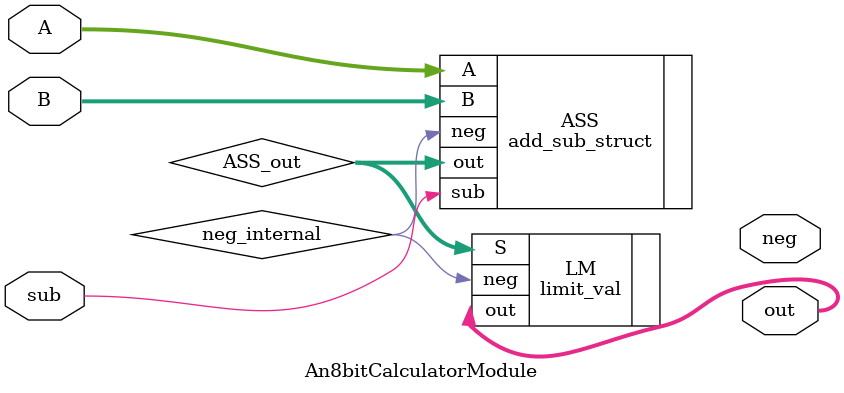
<source format=sv>
`timescale 1ns / 1ps


module An8bitCalculatorModule(
        input [7:0] A,
        input [7:0] B,
        input sub,
        output [7:0] out,
        output neg
    );
    
    logic [7:0] ASS_out;
    logic neg_internal;
    
    add_sub_struct ASS(
        .A(A),
        .B(B),
        .sub(sub),
        .out(ASS_out),
        .neg(neg_internal)
        );
        
    limit_val LM(
        .S(ASS_out),
	    .neg(neg_internal),
	    .out(out)
        );
        
endmodule

</source>
